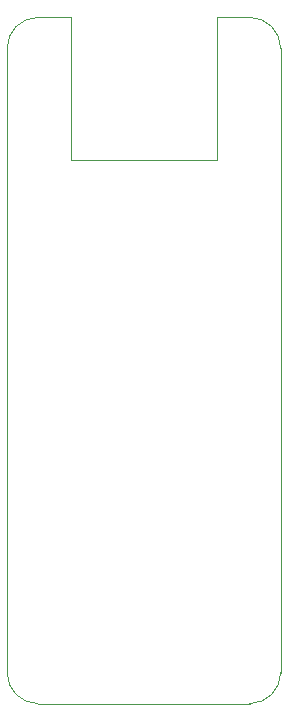
<source format=gm1>
%TF.GenerationSoftware,KiCad,Pcbnew,8.0.4*%
%TF.CreationDate,2024-08-28T09:49:03+09:00*%
%TF.ProjectId,powerfeather-lora-gps-reference,706f7765-7266-4656-9174-6865722d6c6f,rev?*%
%TF.SameCoordinates,Original*%
%TF.FileFunction,Profile,NP*%
%FSLAX46Y46*%
G04 Gerber Fmt 4.6, Leading zero omitted, Abs format (unit mm)*
G04 Created by KiCad (PCBNEW 8.0.4) date 2024-08-28 09:49:03*
%MOMM*%
%LPD*%
G01*
G04 APERTURE LIST*
%TA.AperFunction,Profile*%
%ADD10C,0.050000*%
%TD*%
G04 APERTURE END LIST*
D10*
X119550000Y-72100000D02*
X119550000Y-124990000D01*
X142700000Y-124990000D02*
G75*
G02*
X140100000Y-127590000I-2600000J0D01*
G01*
X140100000Y-69500000D02*
X137330000Y-69500000D01*
X119550000Y-72100000D02*
G75*
G02*
X122150000Y-69500000I2600000J0D01*
G01*
X124920000Y-69500000D02*
X122150000Y-69500000D01*
X122150000Y-127590000D02*
X140100000Y-127590000D01*
X140100000Y-69500000D02*
G75*
G02*
X142700000Y-72100000I0J-2600000D01*
G01*
X137330000Y-69500000D02*
X137330000Y-81550000D01*
X124920000Y-81550000D02*
X124920000Y-69500000D01*
X122150000Y-127590000D02*
G75*
G02*
X119550000Y-124990000I0J2600000D01*
G01*
X142700000Y-124990000D02*
X142700000Y-72100000D01*
X137330000Y-81550000D02*
X124920000Y-81550000D01*
M02*

</source>
